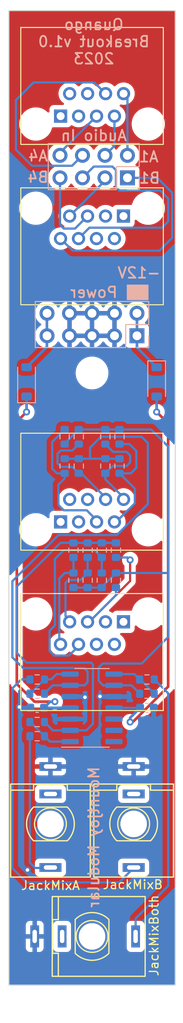
<source format=kicad_pcb>
(kicad_pcb (version 20221018) (generator pcbnew)
  (layers (0 "F.Cu" signal) (31 "B.Cu" signal) (34 "B.Paste" user) (35 "F.Paste" user) (36 "B.SilkS" user "B.Silkscreen") (37 "F.SilkS" user "F.Silkscreen") (38 "B.Mask" user) (39 "F.Mask" user) (44 "Edge.Cuts" user))
  (net 0 "")
  (net 1 "+12V")
  (net 2 "-12V")
  (net 3 "/AudioA1_In")
  (net 4 "/AudioA2_In")
  (net 5 "/AudioA3_In")
  (net 6 "/AudioA4_In")
  (net 11 "/AudioB1_In")
  (net 12 "/AudioB2_In")
  (net 13 "/AudioB3_In")
  (net 14 "/AudioB4_In")
  (net 19 "/AudioA1_Return")
  (net 22 "/AudioA2_Return")
  (net 23 "GND")
  (net 24 "/AudioA3_Return")
  (net 25 "/AudioA4_Return")
  (net 30 "/AudioB1_Return")
  (net 31 "/AudioB2_Return")
  (net 32 "/AudioB3_Return")
  (net 33 "/AudioB4_Return")
  (net 38 "Net-(R1-Pad1)")
  (net 39 "Net-(R13-Pad1)")
  (net 40 "/Audio_Mix_A")
  (net 41 "/Audio_Mix_B")
  (net 42 "/Audio_Mix_Both")
  (net 43 "Net-(R10-Pad2)")
  (net 44 "Net-(R11-Pad2)")
  (net 45 "Net-(R10-Pad1)")
  (net 46 "Net-(R21-Pad1)")
  (net 47 "/+12V_IN")
  (net 48 "/-12V_IN")
  (footprint "Custom_Footprints:RJ45_Amphenol_RJHSE-3080" (layer "F.Cu") (at 59.4 58.5)
    (fp_text reference "J1" hide)
    (fp_text value "Audio_Send_A")
    (fp_rect (start -8.05 -6.6) (end 8.05 6.6) (stroke (width 0.12)) (fill none) (layer "F.SilkS"))
    (pad "" np_thru_hole circle (at -6.35 4.3) (size 3.25 3.25) (drill 3.25) (layers "F&B.Cu" "*.Mask"))
    (pad "" np_thru_hole circle (at 6.35 4.3) (size 3.25 3.25) (drill 3.25) (layers "F&B.Cu" "*.Mask"))
    (pad "1" thru_hole circle (at 3.56 0.87) (size 1.5 1.5) (drill 0.9) (layers "*.Cu" "*.Mask") (net 3 "/AudioA1_In"))
    (pad "2" thru_hole circle (at 2.53 3.41) (size 1.5 1.5) (drill 0.9) (layers "*.Cu" "*.Mask") (net 4 "/AudioA2_In"))
    (pad "3" thru_hole circle (at 1.53 0.87) (size 1.5 1.5) (drill 0.9) (layers "*.Cu" "*.Mask") (net 5 "/AudioA3_In"))
    (pad "4" thru_hole circle (at 0.51 3.41) (size 1.5 1.5) (drill 0.9) (layers "*.Cu" "*.Mask") (net 6 "/AudioA4_In"))
    (pad "5" thru_hole circle (at -0.5 0.87) (size 1.5 1.5) (drill 0.9) (layers "*.Cu" "*.Mask"))
    (pad "6" thru_hole circle (at -1.52 3.41) (size 1.5 1.5) (drill 0.9) (layers "*.Cu" "*.Mask"))
    (pad "7" thru_hole circle (at -2.53 0.87) (size 1.5 1.5) (drill 0.9) (layers "*.Cu" "*.Mask"))
    (pad "8" thru_hole rect (at -3.55 3.41) (size 1.5 1.5) (drill 0.9) (layers "*.Cu" "*.Mask"))
  )
  (footprint "Custom_Footprints:RJ45_Amphenol_RJHSE-3080" (layer "F.Cu") (at 59.4 76.6 180)
    (fp_text reference "J2" hide)
    (fp_text value "Audio_Send_B")
    (fp_rect (start -8.05 -6.6) (end 8.05 6.6) (stroke (width 0.12)) (fill none) (layer "F.SilkS"))
    (pad "" np_thru_hole circle (at -6.35 4.3 180) (size 3.25 3.25) (drill 3.25) (layers "F&B.Cu" "*.Mask"))
    (pad "" np_thru_hole circle (at 6.35 4.3 180) (size 3.25 3.25) (drill 3.25) (layers "F&B.Cu" "*.Mask"))
    (pad "1" thru_hole circle (at 3.56 0.87 180) (size 1.5 1.5) (drill 0.9) (layers "*.Cu" "*.Mask") (net 11 "/AudioB1_In"))
    (pad "2" thru_hole circle (at 2.53 3.41 180) (size 1.5 1.5) (drill 0.9) (layers "*.Cu" "*.Mask") (net 12 "/AudioB2_In"))
    (pad "3" thru_hole circle (at 1.53 0.87 180) (size 1.5 1.5) (drill 0.9) (layers "*.Cu" "*.Mask") (net 13 "/AudioB3_In"))
    (pad "4" thru_hole circle (at 0.51 3.41 180) (size 1.5 1.5) (drill 0.9) (layers "*.Cu" "*.Mask") (net 14 "/AudioB4_In"))
    (pad "5" thru_hole circle (at -0.5 0.87 180) (size 1.5 1.5) (drill 0.9) (layers "*.Cu" "*.Mask"))
    (pad "6" thru_hole circle (at -1.52 3.41 180) (size 1.5 1.5) (drill 0.9) (layers "*.Cu" "*.Mask"))
    (pad "7" thru_hole circle (at -2.53 0.87 180) (size 1.5 1.5) (drill 0.9) (layers "*.Cu" "*.Mask"))
    (pad "8" thru_hole rect (at -3.55 3.41 180) (size 1.5 1.5) (drill 0.9) (layers "*.Cu" "*.Mask"))
  )
  (footprint "Custom_Footprints:THONKICONN_hole" (layer "F.Cu") (at 59.4 154.5 -90)
    (fp_text reference "J9" hide)
    (fp_text value "JackMixBoth" (at -0.1 -7 -270) (layer "F.SilkS"))
    (fp_line (start -4.5 -6) (end -4.5 4.5) (stroke (width 0.15)) (layer "F.SilkS"))
    (fp_line (start -4.5 -6) (end 4.5 -6) (stroke (width 0.15)) (layer "F.SilkS"))
    (fp_line (start -4.5 4.5) (end 4.5 4.5) (stroke (width 0.15)) (layer "F.SilkS"))
    (fp_line (start -4.445 3.81) (end -1.905 3.81) (stroke (width 0.15)) (layer "F.SilkS"))
    (fp_line (start -1.905 -1.905) (end 1.905 -1.905) (stroke (width 0.15)) (layer "F.SilkS"))
    (fp_line (start -1.905 3.81) (end -1.905 4.445) (stroke (width 0.15)) (layer "F.SilkS"))
    (fp_line (start -1.905 4.445) (end 1.905 4.445) (stroke (width 0.15)) (layer "F.SilkS"))
    (fp_line (start 1.905 1.905) (end -1.905 1.905) (stroke (width 0.15)) (layer "F.SilkS"))
    (fp_line (start 1.905 3.81) (end 4.445 3.81) (stroke (width 0.15)) (layer "F.SilkS"))
    (fp_line (start 1.905 4.445) (end 1.905 3.81) (stroke (width 0.15)) (layer "F.SilkS"))
    (fp_line (start 4.5 -6) (end 4.5 4.5) (stroke (width 0.15)) (layer "F.SilkS"))
    (fp_arc (start -1.905 1.905) (mid -2.694077 0) (end -1.905 -1.905) (stroke (width 0.15)) (layer "F.SilkS"))
    (fp_arc (start 1.905 -1.905) (mid 2.694077 0) (end 1.905 1.905) (stroke (width 0.15)) (layer "F.SilkS"))
    (fp_circle (center 0 0) (end 1.27 1.27) (stroke (width 0.15)) (fill none) (layer "F.SilkS"))
    (pad "" np_thru_hole circle (at 0 0 270) (size 2.5 2.5) (drill 2.5) (layers "*.Cu" "*.Mask"))
    (pad "1" thru_hole rect (at 0 6.48 270) (size 2.5 1) (drill oval 1.5 0.5) (layers "*.Cu" "*.Mask") (net 23 "GND"))
    (pad "2" thru_hole rect (at 0 3.38 270) (size 2.5 1) (drill oval 1.5 0.5) (layers "*.Cu" "*.Mask"))
    (pad "3" thru_hole rect (at 0 -4.92 270) (size 2.5 1) (drill oval 1.5 0.5) (layers "*.Cu" "*.Mask") (net 42 "/Audio_Mix_Both"))
  )
  (footprint "Custom_Footprints:THONKICONN_hole" (layer "F.Cu") (at 64.1 141.8 180)
    (fp_text reference "J8" hide)
    (fp_text value "JackMixB" (at 0.1 -6.8475) (layer "F.SilkS"))
    (fp_line (start -4.5 -6) (end -4.5 4.5) (stroke (width 0.15)) (layer "F.SilkS"))
    (fp_line (start -4.5 -6) (end 4.5 -6) (stroke (width 0.15)) (layer "F.SilkS"))
    (fp_line (start -4.5 4.5) (end 4.5 4.5) (stroke (width 0.15)) (layer "F.SilkS"))
    (fp_line (start -4.445 3.81) (end -1.905 3.81) (stroke (width 0.15)) (layer "F.SilkS"))
    (fp_line (start -1.905 -1.905) (end 1.905 -1.905) (stroke (width 0.15)) (layer "F.SilkS"))
    (fp_line (start -1.905 3.81) (end -1.905 4.445) (stroke (width 0.15)) (layer "F.SilkS"))
    (fp_line (start -1.905 4.445) (end 1.905 4.445) (stroke (width 0.15)) (layer "F.SilkS"))
    (fp_line (start 1.905 1.905) (end -1.905 1.905) (stroke (width 0.15)) (layer "F.SilkS"))
    (fp_line (start 1.905 3.81) (end 4.445 3.81) (stroke (width 0.15)) (layer "F.SilkS"))
    (fp_line (start 1.905 4.445) (end 1.905 3.81) (stroke (width 0.15)) (layer "F.SilkS"))
    (fp_line (start 4.5 -6) (end 4.5 4.5) (stroke (width 0.15)) (layer "F.SilkS"))
    (fp_arc (start -1.905 1.905) (mid -2.694077 0) (end -1.905 -1.905) (stroke (width 0.15)) (layer "F.SilkS"))
    (fp_arc (start 1.905 -1.905) (mid 2.694077 0) (end 1.905 1.905) (stroke (width 0.15)) (layer "F.SilkS"))
    (fp_circle (center 0 0) (end 1.27 1.27) (stroke (width 0.15)) (fill none) (layer "F.SilkS"))
    (pad "" np_thru_hole circle (at 0 0 180) (size 2.5 2.5) (drill 2.5) (layers "*.Cu" "*.Mask"))
    (pad "1" thru_hole rect (at 0 6.48 180) (size 2.5 1) (drill oval 1.5 0.5) (layers "*.Cu" "*.Mask") (net 23 "GND"))
    (pad "2" thru_hole rect (at 0 3.38 180) (size 2.5 1) (drill oval 1.5 0.5) (layers "*.Cu" "*.Mask"))
    (pad "3" thru_hole rect (at 0 -4.92 180) (size 2.5 1) (drill oval 1.5 0.5) (layers "*.Cu" "*.Mask") (net 41 "/Audio_Mix_B"))
  )
  (footprint "Custom_Footprints:RJ45_Amphenol_RJHSE-3080" (layer "F.Cu") (at 59.4 122.4 180)
    (fp_text reference "J3" hide)
    (fp_text value "Audio_Return_A")
    (fp_rect (start -8.05 -6.6) (end 8.05 6.6) (stroke (width 0.12)) (fill none) (layer "F.SilkS"))
    (pad "" np_thru_hole circle locked (at -6.35 4.3 180) (size 3.25 3.25) (drill 3.25) (layers "F&B.Cu" "*.Mask"))
    (pad "" np_thru_hole circle locked (at 6.35 4.3 180) (size 3.25 3.25) (drill 3.25) (layers "F&B.Cu" "*.Mask"))
    (pad "1" thru_hole circle locked (at 3.56 0.87 180) (size 1.5 1.5) (drill 0.9) (layers "*.Cu" "*.Mask") (net 19 "/AudioA1_Return"))
    (pad "2" thru_hole circle locked (at 2.53 3.41 180) (size 1.5 1.5) (drill 0.9) (layers "*.Cu" "*.Mask") (net 22 "/AudioA2_Return"))
    (pad "3" thru_hole circle locked (at 1.53 0.87 180) (size 1.5 1.5) (drill 0.9) (layers "*.Cu" "*.Mask") (net 24 "/AudioA3_Return"))
    (pad "4" thru_hole circle locked (at 0.51 3.41 180) (size 1.5 1.5) (drill 0.9) (layers "*.Cu" "*.Mask") (net 25 "/AudioA4_Return"))
    (pad "5" thru_hole circle locked (at -0.5 0.87 180) (size 1.5 1.5) (drill 0.9) (layers "*.Cu" "*.Mask"))
    (pad "6" thru_hole circle locked (at -1.52 3.41 180) (size 1.5 1.5) (drill 0.9) (layers "*.Cu" "*.Mask"))
    (pad "7" thru_hole circle locked (at -2.53 0.87 180) (size 1.5 1.5) (drill 0.9) (layers "*.Cu" "*.Mask"))
    (pad "8" thru_hole rect locked (at -3.55 3.41 180) (size 1.5 1.5) (drill 0.9) (layers "*.Cu" "*.Mask"))
  )
  (footprint "MountingHole:MountingHole_3.2mm_M3_ISO14580" (layer "F.Cu") (at 59.4 90.9)
    (fp_text reference "H1" hide)
    (fp_text value "MountingHole")
    (pad "" np_thru_hole circle (at 0 0) (size 3.2 3.2) (drill 3.2) (layers "*.Cu" "*.Mask"))
  )
  (footprint "Custom_Footprints:THONKICONN_hole" (layer "F.Cu") (at 54.7 141.8 180)
    (fp_text reference "J7" hide)
    (fp_text value "JackMixA" (at 0 -6.9475) (layer "F.SilkS"))
    (fp_line (start -4.5 -6) (end -4.5 4.5) (stroke (width 0.15)) (layer "F.SilkS"))
    (fp_line (start -4.5 -6) (end 4.5 -6) (stroke (width 0.15)) (layer "F.SilkS"))
    (fp_line (start -4.5 4.5) (end 4.5 4.5) (stroke (width 0.15)) (layer "F.SilkS"))
    (fp_line (start -4.445 3.81) (end -1.905 3.81) (stroke (width 0.15)) (layer "F.SilkS"))
    (fp_line (start -1.905 -1.905) (end 1.905 -1.905) (stroke (width 0.15)) (layer "F.SilkS"))
    (fp_line (start -1.905 3.81) (end -1.905 4.445) (stroke (width 0.15)) (layer "F.SilkS"))
    (fp_line (start -1.905 4.445) (end 1.905 4.445) (stroke (width 0.15)) (layer "F.SilkS"))
    (fp_line (start 1.905 1.905) (end -1.905 1.905) (stroke (width 0.15)) (layer "F.SilkS"))
    (fp_line (start 1.905 3.81) (end 4.445 3.81) (stroke (width 0.15)) (layer "F.SilkS"))
    (fp_line (start 1.905 4.445) (end 1.905 3.81) (stroke (width 0.15)) (layer "F.SilkS"))
    (fp_line (start 4.5 -6) (end 4.5 4.5) (stroke (width 0.15)) (layer "F.SilkS"))
    (fp_arc (start -1.905 1.905) (mid -2.694077 0) (end -1.905 -1.905) (stroke (width 0.15)) (layer "F.SilkS"))
    (fp_arc (start 1.905 -1.905) (mid 2.694077 0) (end 1.905 1.905) (stroke (width 0.15)) (layer "F.SilkS"))
    (fp_circle (center 0 0) (end 1.27 1.27) (stroke (width 0.15)) (fill none) (layer "F.SilkS"))
    (pad "" np_thru_hole circle (at 0 0 180) (size 2.5 2.5) (drill 2.5) (layers "*.Cu" "*.Mask"))
    (pad "1" thru_hole rect (at 0 6.48 180) (size 2.5 1) (drill oval 1.5 0.5) (layers "*.Cu" "*.Mask") (net 23 "GND"))
    (pad "2" thru_hole rect (at 0 3.38 180) (size 2.5 1) (drill oval 1.5 0.5) (layers "*.Cu" "*.Mask"))
    (pad "3" thru_hole rect (at 0 -4.92 180) (size 2.5 1) (drill oval 1.5 0.5) (layers "*.Cu" "*.Mask") (net 40 "/Audio_Mix_A"))
  )
  (footprint "Custom_Footprints:RJ45_Amphenol_RJHSE-3080" (layer "F.Cu") (at 59.4 104.3)
    (fp_text reference "J4" hide)
    (fp_text value "Audio_Return_A")
    (fp_rect (start -8.05 -6.6) (end 8.05 6.6) (stroke (width 0.12)) (fill none) (layer "F.SilkS"))
    (pad "" np_thru_hole circle (at -6.35 4.3) (size 3.25 3.25) (drill 3.25) (layers "F&B.Cu" "*.Mask"))
    (pad "" np_thru_hole circle (at 6.35 4.3) (size 3.25 3.25) (drill 3.25) (layers "F&B.Cu" "*.Mask"))
    (pad "1" thru_hole circle (at 3.56 0.87) (size 1.5 1.5) (drill 0.9) (layers "*.Cu" "*.Mask") (net 30 "/AudioB1_Return"))
    (pad "2" thru_hole circle (at 2.53 3.41) (size 1.5 1.5) (drill 0.9) (layers "*.Cu" "*.Mask") (net 31 "/AudioB2_Return"))
    (pad "3" thru_hole circle (at 1.53 0.87) (size 1.5 1.5) (drill 0.9) (layers "*.Cu" "*.Mask") (net 32 "/AudioB3_Return"))
    (pad "4" thru_hole circle (at 0.51 3.41) (size 1.5 1.5) (drill 0.9) (layers "*.Cu" "*.Mask") (net 33 "/AudioB4_Return"))
    (pad "5" thru_hole circle (at -0.5 0.87) (size 1.5 1.5) (drill 0.9) (layers "*.Cu" "*.Mask"))
    (pad "6" thru_hole circle (at -1.52 3.41) (size 1.5 1.5) (drill 0.9) (layers "*.Cu" "*.Mask"))
    (pad "7" thru_hole circle (at -2.53 0.87) (size 1.5 1.5) (drill 0.9) (layers "*.Cu" "*.Mask"))
    (pad "8" thru_hole rect (at -3.55 3.41) (size 1.5 1.5) (drill 0.9) (layers "*.Cu" "*.Mask"))
  )
  (footprint "Capacitor_SMD:C_0603_1608Metric" (layer "B.Cu") (at 65.6 128.7)
    (fp_text reference "C2" hide)
    (fp_text value "100nF")
    (fp_line (start -0.14058 -0.51) (end 0.14058 -0.51) (stroke (width 0.12)) (layer "B.SilkS"))
    (fp_line (start -0.14058 0.51) (end 0.14058 0.51) (stroke (width 0.12)) (layer "B.SilkS"))
    (pad "1" smd roundrect (at -0.775 0) (size 0.9 0.95) (layers "B.Cu" "B.Paste" "B.Mask") (net 2 "-12V"))
    (pad "2" smd roundrect (at 0.775 0) (size 0.9 0.95) (layers "B.Cu" "B.Paste" "B.Mask") (net 23 "GND"))
  )
  (footprint "Resistor_SMD:R_0603_1608Metric" (layer "B.Cu") (at 62.5 101.4 -90)
    (fp_text reference "R6" hide)
    (fp_text value "10k")
    (fp_line (start -0.237258 -0.5225) (end 0.237258 -0.5225) (stroke (width 0.12)) (layer "B.SilkS"))
    (fp_line (start -0.237258 0.5225) (end 0.237258 0.5225) (stroke (width 0.12)) (layer "B.SilkS"))
    (pad "1" smd roundrect (at -0.825 0 270) (size 0.8 0.95) (layers "B.Cu" "B.Paste" "B.Mask") (net 43 "Net-(R10-Pad2)"))
    (pad "2" smd roundrect (at 0.825 0 270) (size 0.8 0.95) (layers "B.Cu" "B.Paste" "B.Mask") (net 31 "/AudioB2_Return"))
  )
  (footprint "Resistor_SMD:R_0603_1608Metric" (layer "B.Cu") (at 56.3 98.1 90)
    (fp_text reference "R20" hide)
    (fp_text value "10k")
    (fp_line (start -0.237258 -0.5225) (end 0.237258 -0.5225) (stroke (width 0.12)) (layer "B.SilkS"))
    (fp_line (start -0.237258 0.5225) (end 0.237258 0.5225) (stroke (width 0.12)) (layer "B.SilkS"))
    (pad "1" smd roundrect (at -0.825 0 90) (size 0.8 0.95) (layers "B.Cu" "B.Paste" "B.Mask") (net 39 "Net-(R13-Pad1)"))
    (pad "2" smd roundrect (at 0.825 0 90) (size 0.8 0.95) (layers "B.Cu" "B.Paste" "B.Mask") (net 33 "/AudioB4_Return"))
  )
  (footprint "Resistor_SMD:R_0603_1608Metric" (layer "B.Cu") (at 60.9 101.4 -90)
    (fp_text reference "R5" hide)
    (fp_text value "10k")
    (fp_line (start -0.237258 -0.5225) (end 0.237258 -0.5225) (stroke (width 0.12)) (layer "B.SilkS"))
    (fp_line (start -0.237258 0.5225) (end 0.237258 0.5225) (stroke (width 0.12)) (layer "B.SilkS"))
    (pad "1" smd roundrect (at -0.825 0 270) (size 0.8 0.95) (layers "B.Cu" "B.Paste" "B.Mask") (net 43 "Net-(R10-Pad2)"))
    (pad "2" smd roundrect (at 0.825 0 270) (size 0.8 0.95) (layers "B.Cu" "B.Paste" "B.Mask") (net 30 "/AudioB1_Return"))
  )
  (footprint "Package_SO:SOIC-14_3.9x8.7mm_P1.27mm" (layer "B.Cu") (at 59.4 128.7)
    (fp_text reference "U1" hide)
    (fp_text value "TL074")
    (fp_line (start 0 -4.435) (end -1.95 -4.435) (stroke (width 0.12)) (layer "B.SilkS"))
    (fp_line (start 0 -4.435) (end 1.95 -4.435) (stroke (width 0.12)) (layer "B.SilkS"))
    (fp_line (start 0 4.435) (end -3.45 4.435) (stroke (width 0.12)) (layer "B.SilkS"))
    (fp_line (start 0 4.435) (end 1.95 4.435) (stroke (width 0.12)) (layer "B.SilkS"))
    (pad "1" smd roundrect (at -2.475 3.81) (size 1.95 0.6) (layers "B.Cu" "B.Paste" "B.Mask") (net 44 "Net-(R11-Pad2)"))
    (pad "2" smd roundrect (at -2.475 2.54) (size 1.95 0.6) (layers "B.Cu" "B.Paste" "B.Mask") (net 38 "Net-(R1-Pad1)"))
    (pad "3" smd roundrect (at -2.475 1.27) (size 1.95 0.6) (layers "B.Cu" "B.Paste" "B.Mask") (net 23 "GND"))
    (pad "4" smd roundrect (at -2.475 0) (size 1.95 0.6) (layers "B.Cu" "B.Paste" "B.Mask") (net 1 "+12V"))
    (pad "5" smd roundrect (at -2.475 -1.27) (size 1.95 0.6) (layers "B.Cu" "B.Paste" "B.Mask") (net 23 "GND"))
    (pad "6" smd roundrect (at -2.475 -2.54) (size 1.95 0.6) (layers "B.Cu" "B.Paste" "B.Mask") (net 43 "Net-(R10-Pad2)"))
    (pad "7" smd roundrect (at -2.475 -3.81) (size 1.95 0.6) (layers "B.Cu" "B.Paste" "B.Mask") (net 45 "Net-(R10-Pad1)"))
    (pad "8" smd roundrect (at 2.475 -3.81) (size 1.95 0.6) (layers "B.Cu" "B.Paste" "B.Mask") (net 46 "Net-(R21-Pad1)"))
    (pad "9" smd roundrect (at 2.475 -2.54) (size 1.95 0.6) (layers "B.Cu" "B.Paste" "B.Mask") (net 39 "Net-(R13-Pad1)"))
    (pad "10" smd roundrect (at 2.475 -1.27) (size 1.95 0.6) (layers "B.Cu" "B.Paste" "B.Mask") (net 23 "GND"))
    (pad "11" smd roundrect (at 2.475 0) (size 1.95 0.6) (layers "B.Cu" "B.Paste" "B.Mask") (net 2 "-12V"))
    (pad "12" smd roundrect (at 2.475 1.27) (size 1.95 0.6) (layers "B.Cu" "B.Paste" "B.Mask"))
    (pad "13" smd roundrect (at 2.475 2.54) (size 1.95 0.6) (layers "B.Cu" "B.Paste" "B.Mask"))
    (pad "14" smd roundrect (at 2.475 3.81) (size 1.95 0.6) (layers "B.Cu" "B.Paste" "B.Mask"))
  )
  (footprint "Connector_PinHeader_2.54mm:PinHeader_2x04_P2.54mm_Vertical" (layer "B.Cu") (at 63.4 68.875 90)
    (fp_text reference "J10" hide)
    (fp_text value "Audio_Breakout")
    (fp_line (start -1.33 -8.95) (end 3.87 -8.95) (stroke (width 0.12)) (layer "B.SilkS"))
    (fp_line (start -1.33 -1.27) (end -1.33 -8.95) (stroke (width 0.12)) (layer "B.SilkS"))
    (fp_line (start -1.33 -1.27) (end 1.27 -1.27) (stroke (width 0.12)) (layer "B.SilkS"))
    (fp_line (start -1.33 0) (end -1.33 1.33) (stroke (width 0.12)) (layer "B.SilkS"))
    (fp_line (start -1.33 1.33) (end 0 1.33) (stroke (width 0.12)) (layer "B.SilkS"))
    (fp_line (start 1.27 -1.27) (end 1.27 1.33) (stroke (width 0.12)) (layer "B.SilkS"))
    (fp_line (start 1.27 1.33) (end 3.87 1.33) (stroke (width 0.12)) (layer "B.SilkS"))
    (fp_line (start 3.87 1.33) (end 3.87 -8.95) (stroke (width 0.12)) (layer "B.SilkS"))
    (pad "1" thru_hole rect (at 0 0 90) (size 1.7 1.7) (drill 1) (layers "*.Cu" "*.Mask") (net 11 "/AudioB1_In"))
    (pad "2" thru_hole oval (at 2.54 0 90) (size 1.7 1.7) (drill 1) (layers "*.Cu" "*.Mask") (net 3 "/AudioA1_In"))
    (pad "3" thru_hole oval (at 0 -2.54 90) (size 1.7 1.7) (drill 1) (layers "*.Cu" "*.Mask") (net 12 "/AudioB2_In"))
    (pad "4" thru_hole oval (at 2.54 -2.54 90) (size 1.7 1.7) (drill 1) (layers "*.Cu" "*.Mask") (net 4 "/AudioA2_In"))
    (pad "5" thru_hole oval (at 0 -5.08 90) (size 1.7 1.7) (drill 1) (layers "*.Cu" "*.Mask") (net 13 "/AudioB3_In"))
    (pad "6" thru_hole oval (at 2.54 -5.08 90) (size 1.7 1.7) (drill 1) (layers "*.Cu" "*.Mask") (net 5 "/AudioA3_In"))
    (pad "7" thru_hole oval (at 0 -7.62 90) (size 1.7 1.7) (drill 1) (layers "*.Cu" "*.Mask") (net 14 "/AudioB4_In"))
    (pad "8" thru_hole oval (at 2.54 -7.62 90) (size 1.7 1.7) (drill 1) (layers "*.Cu" "*.Mask") (net 6 "/AudioA4_In"))
  )
  (footprint "Resistor_SMD:R_0603_1608Metric" (layer "B.Cu") (at 62.1 110.9 -90)
    (fp_text reference "R4" hide)
    (fp_text value "10k")
    (fp_line (start -0.237258 -0.5225) (end 0.237258 -0.5225) (stroke (width 0.12)) (layer "B.SilkS"))
    (fp_line (start -0.237258 0.5225) (end 0.237258 0.5225) (stroke (width 0.12)) (layer "B.SilkS"))
    (pad "1" smd roundrect (at -0.825 0 270) (size 0.8 0.95) (layers "B.Cu" "B.Paste" "B.Mask") (net 38 "Net-(R1-Pad1)"))
    (pad "2" smd roundrect (at 0.825 0 270) (size 0.8 0.95) (layers "B.Cu" "B.Paste" "B.Mask") (net 25 "/AudioA4_Return"))
  )
  (footprint "Resistor_SMD:R_0603_1608Metric" (layer "B.Cu") (at 62.5 98.1 -90)
    (fp_text reference "R18" hide)
    (fp_text value "10k")
    (fp_line (start -0.237258 -0.5225) (end 0.237258 -0.5225) (stroke (width 0.12)) (layer "B.SilkS"))
    (fp_line (start -0.237258 0.5225) (end 0.237258 0.5225) (stroke (width 0.12)) (layer "B.SilkS"))
    (pad "1" smd roundrect (at -0.825 0 270) (size 0.8 0.95) (layers "B.Cu" "B.Paste" "B.Mask") (net 39 "Net-(R13-Pad1)"))
    (pad "2" smd roundrect (at 0.825 0 270) (size 0.8 0.95) (layers "B.Cu" "B.Paste" "B.Mask") (net 31 "/AudioB2_Return"))
  )
  (footprint "Resistor_SMD:R_0603_1608Metric" (layer "B.Cu") (at 65.6 125.5 180)
    (fp_text reference "R22" hide)
    (fp_text value "1k")
    (fp_line (start -0.237258 -0.5225) (end 0.237258 -0.5225) (stroke (width 0.12)) (layer "B.SilkS"))
    (fp_line (start -0.237258 0.5225) (end 0.237258 0.5225) (stroke (width 0.12)) (layer "B.SilkS"))
    (pad "1" smd roundrect (at -0.825 0 180) (size 0.8 0.95) (layers "B.Cu" "B.Paste" "B.Mask") (net 42 "/Audio_Mix_Both"))
    (pad "2" smd roundrect (at 0.825 0 180) (size 0.8 0.95) (layers "B.Cu" "B.Paste" "B.Mask") (net 46 "Net-(R21-Pad1)"))
  )
  (footprint "Resistor_SMD:R_0603_1608Metric" (layer "B.Cu") (at 53.2 125.5)
    (fp_text reference "R12" hide)
    (fp_text value "1k")
    (fp_line (start -0.237258 -0.5225) (end 0.237258 -0.5225) (stroke (width 0.12)) (layer "B.SilkS"))
    (fp_line (start -0.237258 0.5225) (end 0.237258 0.5225) (stroke (width 0.12)) (layer "B.SilkS"))
    (pad "1" smd roundrect (at -0.825 0) (size 0.8 0.95) (layers "B.Cu" "B.Paste" "B.Mask") (net 41 "/Audio_Mix_B"))
    (pad "2" smd roundrect (at 0.825 0) (size 0.8 0.95) (layers "B.Cu" "B.Paste" "B.Mask") (net 45 "Net-(R10-Pad1)"))
  )
  (footprint "Resistor_SMD:R_0603_1608Metric" (layer "B.Cu") (at 58.9 114.3 90)
    (fp_text reference "R14" hide)
    (fp_text value "10k")
    (fp_line (start -0.237258 -0.5225) (end 0.237258 -0.5225) (stroke (width 0.12)) (layer "B.SilkS"))
    (fp_line (start -0.237258 0.5225) (end 0.237258 0.5225) (stroke (width 0.12)) (layer "B.SilkS"))
    (pad "1" smd roundrect (at -0.825 0 90) (size 0.8 0.95) (layers "B.Cu" "B.Paste" "B.Mask") (net 39 "Net-(R13-Pad1)"))
    (pad "2" smd roundrect (at 0.825 0 90) (size 0.8 0.95) (layers "B.Cu" "B.Paste" "B.Mask") (net 22 "/AudioA2_Return"))
  )
  (footprint "Capacitor_SMD:C_0603_1608Metric" (layer "B.Cu") (at 53.2 128.7 180)
    (fp_text reference "C1" hide)
    (fp_text value "100nF")
    (fp_line (start -0.14058 -0.51) (end 0.14058 -0.51) (stroke (width 0.12)) (layer "B.SilkS"))
    (fp_line (start -0.14058 0.51) (end 0.14058 0.51) (stroke (width 0.12)) (layer "B.SilkS"))
    (pad "1" smd roundrect (at -0.775 0 180) (size 0.9 0.95) (layers "B.Cu" "B.Paste" "B.Mask") (net 1 "+12V"))
    (pad "2" smd roundrect (at 0.775 0 180) (size 0.9 0.95) (layers "B.Cu" "B.Paste" "B.Mask") (net 23 "GND"))
  )
  (footprint "Diode_SMD:D_SOD-123" (layer "B.Cu") (at 66.7 91.9 -90)
    (fp_text reference "D2" hide)
    (fp_text value "1N5819")
    (fp_line (start -2.36 -1) (end 1.65 -1) (stroke (width 0.12)) (layer "B.SilkS"))
    (fp_line (start -2.36 1) (end -2.36 -1) (stroke (width 0.12)) (layer "B.SilkS"))
    (fp_line (start -2.36 1) (end 1.65 1) (stroke (width 0.12)) (layer "B.SilkS"))
    (pad "1" smd roundrect (at -1.65 0 270) (size 0.9 1.2) (layers "B.Cu" "B.Paste" "B.Mask") (net 48 "/-12V_IN"))
    (pad "2" smd roundrect (at 1.65 0 270) (size 0.9 1.2) (layers "B.Cu" "B.Paste" "B.Mask") (net 2 "-12V"))
  )
  (footprint "Resistor_SMD:R_0603_1608Metric" (layer "B.Cu") (at 53.2 131.9)
    (fp_text reference "R11" hide)
    (fp_text value "1k")
    (fp_line (start -0.237258 -0.5225) (end 0.237258 -0.5225) (stroke (width 0.12)) (layer "B.SilkS"))
    (fp_line (start -0.237258 0.5225) (end 0.237258 0.5225) (stroke (width 0.12)) (layer "B.SilkS"))
    (pad "1" smd roundrect (at -0.825 0) (size 0.8 0.95) (layers "B.Cu" "B.Paste" "B.Mask") (net 40 "/Audio_Mix_A"))
    (pad "2" smd roundrect (at 0.825 0) (size 0.8 0.95) (layers "B.Cu" "B.Paste" "B.Mask") (net 44 "Net-(R11-Pad2)"))
  )
  (footprint "Resistor_SMD:R_0603_1608Metric" (layer "B.Cu") (at 53.2 127.1)
    (fp_text reference "R10" hide)
    (fp_text value "10k")
    (fp_line (start -0.237258 -0.5225) (end 0.237258 -0.5225) (stroke (width 0.12)) (layer "B.SilkS"))
    (fp_line (start -0.237258 0.5225) (end 0.237258 0.5225) (stroke (width 0.12)) (layer "B.SilkS"))
    (pad "1" smd roundrect (at -0.825 0) (size 0.8 0.95) (layers "B.Cu" "B.Paste" "B.Mask") (net 45 "Net-(R10-Pad1)"))
    (pad "2" smd roundrect (at 0.825 0) (size 0.8 0.95) (layers "B.Cu" "B.Paste" "B.Mask") (net 43 "Net-(R10-Pad2)"))
  )
  (footprint "Resistor_SMD:R_0603_1608Metric" (layer "B.Cu") (at 53.2 130.3)
    (fp_text reference "R9" hide)
    (fp_text value "10k")
    (fp_line (start -0.237258 -0.5225) (end 0.237258 -0.5225) (stroke (width 0.12)) (layer "B.SilkS"))
    (fp_line (start -0.237258 0.5225) (end 0.237258 0.5225) (stroke (width 0.12)) (layer "B.SilkS"))
    (pad "1" smd roundrect (at -0.825 0) (size 0.8 0.95) (layers "B.Cu" "B.Paste" "B.Mask") (net 44 "Net-(R11-Pad2)"))
    (pad "2" smd roundrect (at 0.825 0) (size 0.8 0.95) (layers "B.Cu" "B.Paste" "B.Mask") (net 38 "Net-(R1-Pad1)"))
  )
  (footprint "Resistor_SMD:R_0603_1608Metric" (layer "B.Cu") (at 56.3 101.4 -90)
    (fp_text reference "R8" hide)
    (fp_text value "10k")
    (fp_line (start -0.237258 -0.5225) (end 0.237258 -0.5225) (stroke (width 0.12)) (layer "B.SilkS"))
    (fp_line (start -0.237258 0.5225) (end 0.237258 0.5225) (stroke (width 0.12)) (layer "B.SilkS"))
    (pad "1" smd roundrect (at -0.825 0 270) (size 0.8 0.95) (layers "B.Cu" "B.Paste" "B.Mask") (net 43 "Net-(R10-Pad2)"))
    (pad "2" smd roundrect (at 0.825 0 270) (size 0.8 0.95) (layers "B.Cu" "B.Paste" "B.Mask") (net 33 "/AudioB4_Return"))
  )
  (footprint "Resistor_SMD:R_0603_1608Metric" (layer "B.Cu") (at 60.5 114.3 90)
    (fp_text reference "R15" hide)
    (fp_text value "10k")
    (fp_line (start -0.237258 -0.5225) (end 0.237258 -0.5225) (stroke (width 0.12)) (layer "B.SilkS"))
    (fp_line (start -0.237258 0.5225) (end 0.237258 0.5225) (stroke (width 0.12)) (layer "B.SilkS"))
    (pad "1" smd roundrect (at -0.825 0 90) (size 0.8 0.95) (layers "B.Cu" "B.Paste" "B.Mask") (net 39 "Net-(R13-Pad1)"))
    (pad "2" smd roundrect (at 0.825 0 90) (size 0.8 0.95) (layers "B.Cu" "B.Paste" "B.Mask") (net 24 "/AudioA3_Return"))
  )
  (footprint "Diode_SMD:D_SOD-123" (layer "B.Cu") (at 52 91.9 90)
    (fp_text reference "D1" hide)
    (fp_text value "1N5819")
    (fp_line (start -2.36 -1) (end 1.65 -1) (stroke (width 0.12)) (layer "B.SilkS"))
    (fp_line (start -2.36 1) (end -2.36 -1) (stroke (width 0.12)) (layer "B.SilkS"))
    (fp_line (start -2.36 1) (end 1.65 1) (stroke (width 0.12)) (layer "B.SilkS"))
    (pad "1" smd roundrect (at -1.65 0 90) (size 0.9 1.2) (layers "B.Cu" "B.Paste" "B.Mask") (net 1 "+12V"))
    (pad "2" smd roundrect (at 1.65 0 90) (size 0.9 1.2) (layers "B.Cu" "B.Paste" "B.Mask") (net 47 "/+12V_IN"))
  )
  (footprint "Resistor_SMD:R_0603_1608Metric" (layer "B.Cu") (at 57.9 98.1 -90)
    (fp_text reference "R19" hide)
    (fp_text value "10k")
    (fp_line (start -0.237258 -0.5225) (end 0.237258 -0.5225) (stroke (width 0.12)) (layer "B.SilkS"))
    (fp_line (start -0.237258 0.5225) (end 0.237258 0.5225) (stroke (width 0.12)) (layer "B.SilkS"))
    (pad "1" smd roundrect (at -0.825 0 270) (size 0.8 0.95) (layers "B.Cu" "B.Paste" "B.Mask") (net 39 "Net-(R13-Pad1)"))
    (pad "2" smd roundrect (at 0.825 0 270) (size 0.8 0.95) (layers "B.Cu" "B.Paste" "B.Mask") (net 32 "/AudioB3_Return"))
  )
  (footprint "Resistor_SMD:R_0603_1608Metric" (layer "B.Cu") (at 62.1 114.3 -90)
    (fp_text reference "R16" hide)
    (fp_text value "10k")
    (fp_line (start -0.237258 -0.5225) (end 0.237258 -0.5225) (stroke (width 0.12)) (layer "B.SilkS"))
    (fp_line (start -0.237258 0.5225) (end 0.237258 0.5225) (stroke (width 0.12)) (layer "B.SilkS"))
    (pad "1" smd roundrect (at -0.825 0 270) (size 0.8 0.95) (layers "B.Cu" "B.Paste" "B.Mask") (net 39 "Net-(R13-Pad1)"))
    (pad "2" smd roundrect (at 0.825 0 270) (size 0.8 0.95) (layers "B.Cu" "B.Paste" "B.Mask") (net 25 "/AudioA4_Return"))
  )
  (footprint "Resistor_SMD:R_0603_1608Metric" (layer "B.Cu") (at 57.3 110.9 -90)
    (fp_text reference "R1" hide)
    (fp_text value "10k")
    (fp_line (start -0.237258 -0.5225) (end 0.237258 -0.5225) (stroke (width 0.12)) (layer "B.SilkS"))
    (fp_line (start -0.237258 0.5225) (end 0.237258 0.5225) (stroke (width 0.12)) (layer "B.SilkS"))
    (pad "1" smd roundrect (at -0.825 0 270) (size 0.8 0.95) (layers "B.Cu" "B.Paste" "B.Mask") (net 38 "Net-(R1-Pad1)"))
    (pad "2" smd roundrect (at 0.825 0 270) (size 0.8 0.95) (layers "B.Cu" "B.Paste" "B.Mask") (net 19 "/AudioA1_Return"))
  )
  (footprint "Resistor_SMD:R_0603_1608Metric" (layer "B.Cu") (at 65.6 127.1 180)
    (fp_text reference "R21" hide)
    (fp_text value "10k")
    (fp_line (start -0.237258 -0.5225) (end 0.237258 -0.5225) (stroke (width 0.12)) (layer "B.SilkS"))
    (fp_line (start -0.237258 0.5225) (end 0.237258 0.5225) (stroke (width 0.12)) (layer "B.SilkS"))
    (pad "1" smd roundrect (at -0.825 0 180) (size 0.8 0.95) (layers "B.Cu" "B.Paste" "B.Mask") (net 46 "Net-(R21-Pad1)"))
    (pad "2" smd roundrect (at 0.825 0 180) (size 0.8 0.95) (layers "B.Cu" "B.Paste" "B.Mask") (net 39 "Net-(R13-Pad1)"))
  )
  (footprint "Connector_PinHeader_2.54mm:PinHeader_2x05_P2.54mm_Vertical" (layer "B.Cu") (at 64.475 86.7 90)
    (fp_text reference "J6" hide)
    (fp_text value "Eurorack_10_pin_power")
    (fp_line (start -1.33 -11.49) (end 3.87 -11.49) (stroke (width 0.12)) (layer "B.SilkS"))
    (fp_line (start -1.33 -1.27) (end -1.33 -11.49) (stroke (width 0.12)) (layer "B.SilkS"))
    (fp_line (start -1.33 -1.27) (end 1.27 -1.27) (stroke (width 0.12)) (layer "B.SilkS"))
    (fp_line (start -1.33 0) (end -1.33 1.33) (stroke (width 0.12)) (layer "B.SilkS"))
    (fp_line (start -1.33 1.33) (end 0 1.33) (stroke (width 0.12)) (layer "B.SilkS"))
    (fp_line (start 1.27 -1.27) (end 1.27 1.33) (stroke (width 0.12)) (layer "B.SilkS"))
    (fp_line (start 1.27 1.33) (end 3.87 1.33) (stroke (width 0.12)) (layer "B.SilkS"))
    (fp_line (start 3.87 1.33) (end 3.87 -11.49) (stroke (width 0.12)) (layer "B.SilkS"))
    (pad "1" thru_hole rect (at 0 0 90) (size 1.7 1.7) (drill 1) (layers "*.Cu" "*.Mask") (net 48 "/-12V_IN"))
    (pad "2" thru_hole oval (at 2.54 0 90) (size 1.7 1.7) (drill 1) (layers "*.Cu" "*.Mask") (net 48 "/-12V_IN"))
    (pad "3" thru_hole oval (at 0 -2.54 90) (size 1.7 1.7) (drill 1) (layers "*.Cu" "*.Mask") (net 23 "GND"))
    (pad "4" thru_hole oval (at 2.54 -2.54 90) (size 1.7 1.7) (drill 1) (layers "*.Cu" "*.Mask") (net 23 "GND"))
    (pad "5" thru_hole oval (at 0 -5.08 90) (size 1.7 1.7) (drill 1) (layers "*.Cu" "*.Mask") (net 23 "GND"))
    (pad "6" thru_hole oval (at 2.54 -5.08 90) (size 1.7 1.7) (drill 1) (layers "*.Cu" "*.Mask") (net 23 "GND"))
    (pad "7" thru_hole oval (at 0 -7.62 90) (size 1.7 1.7) (drill 1) (layers "*.Cu" "*.Mask") (net 23 "GND"))
    (pad "8" thru_hole oval (at 2.54 -7.62 90) (size 1.7 1.7) (drill 1) (layers "*.Cu" "*.Mask") (net 23 "GND"))
    (pad "9" thru_hole oval (at 0 -10.16 90) (size 1.7 1.7) (drill 1) (layers "*.Cu" "*.Mask") (net 47 "/+12V_IN"))
    (pad "10" thru_hole oval (at 2.54 -10.16 90) (size 1.7 1.7) (drill 1) (layers "*.Cu" "*.Mask") (net 47 "/+12V_IN"))
  )
  (footprint "Resistor_SMD:R_0603_1608Metric" (layer "B.Cu") (at 57.9 101.4 -90)
    (fp_text reference "R7" hide)
    (fp_text value "10k")
    (fp_line (start -0.237258 -0.5225) (end 0.237258 -0.5225) (stroke (width 0.12)) (layer "B.SilkS"))
    (fp_line (start -0.237258 0.5225) (end 0.237258 0.5225) (stroke (width 0.12)) (layer "B.SilkS"))
    (pad "1" smd roundrect (at -0.825 0 270) (size 0.8 0.95) (layers "B.Cu" "B.Paste" "B.Mask") (net 43 "Net-(R10-Pad2)"))
    (pad "2" smd roundrect (at 0.825 0 270) (size 0.8 0.95) (layers "B.Cu" "B.Paste" "B.Mask") (net 32 "/AudioB3_Return"))
  )
  (footprint "Resistor_SMD:R_0603_1608Metric" (layer "B.Cu") (at 60.5 110.9 -90)
    (fp_text reference "R3" hide)
    (fp_text value "10k")
    (fp_line (start -0.237258 -0.5225) (end 0.237258 -0.5225) (stroke (width 0.12)) (layer "B.SilkS"))
    (fp_line (start -0.237258 0.5225) (end 0.237258 0.5225) (stroke (width 0.12)) (layer "B.SilkS"))
    (pad "1" smd roundrect (at -0.825 0 270) (size 0.8 0.95) (layers "B.Cu" "B.Paste" "B.Mask") (net 38 "Net-(R1-Pad1)"))
    (pad "2" smd roundrect (at 0.825 0 270) (size 0.8 0.95) (layers "B.Cu" "B.Paste" "B.Mask") (net 24 "/AudioA3_Return"))
  )
  (footprint "Resistor_SMD:R_0603_1608Metric" (layer "B.Cu") (at 58.9 110.9 -90)
    (fp_text reference "R2" hide)
    (fp_text value "10k")
    (fp_line (start -0.237258 -0.5225) (end 0.237258 -0.5225) (stroke (width 0.12)) (layer "B.SilkS"))
    (fp_line (start -0.237258 0.5225) (end 0.237258 0.5225) (stroke (width 0.12)) (layer "B.SilkS"))
    (pad "1" smd roundrect (at -0.825 0 270) (size 0.8 0.95) (layers "B.Cu" "B.Paste" "B.Mask") (net 38 "Net-(R1-Pad1)"))
    (pad "2" smd roundrect (at 0.825 0 270) (size 0.8 0.95) (layers "B.Cu" "B.Paste" "B.Mask") (net 22 "/AudioA2_Return"))
  )
  (footprint "Resistor_SMD:R_0603_1608Metric" (layer "B.Cu") (at 57.3 114.3 90)
    (fp_text reference "R13" hide)
    (fp_text value "10k")
    (fp_line (start -0.237258 -0.5225) (end 0.237258 -0.5225) (stroke (width 0.12)) (layer "B.SilkS"))
    (fp_line (start -0.237258 0.5225) (end 0.237258 0.5225) (stroke (width 0.12)) (layer "B.SilkS"))
    (pad "1" smd roundrect (at -0.825 0 90) (size 0.8 0.95) (layers "B.Cu" "B.Paste" "B.Mask") (net 39 "Net-(R13-Pad1)"))
    (pad "2" smd roundrect (at 0.825 0 90) (size 0.8 0.95) (layers "B.Cu" "B.Paste" "B.Mask") (net 19 "/AudioA1_Return"))
  )
  (footprint "Resistor_SMD:R_0603_1608Metric" (layer "B.Cu") (at 60.9 98.1 -90)
    (fp_text reference "R17" hide)
    (fp_text value "10k")
    (fp_line (start -0.237258 -0.5225) (end 0.237258 -0.5225) (stroke (width 0.12)) (layer "B.SilkS"))
    (fp_line (start -0.237258 0.5225) (end 0.237258 0.5225) (stroke (width 0.12)) (layer "B.SilkS"))
    (pad "1" smd roundrect (at -0.825 0 270) (size 0.8 0.95) (layers "B.Cu" "B.Paste" "B.Mask") (net 39 "Net-(R13-Pad1)"))
    (pad "2" smd roundrect (at 0.825 0 270) (size 0.8 0.95) (layers "B.Cu" "B.Paste" "B.Mask") (net 30 "/AudioB1_Return"))
  )
  (gr_rect (start 63.4 81) (end 65.7 82.6) (stroke (width 0.15)) (fill solid) (layer "B.SilkS"))
  (gr_rect locked (start 50 50) (end 68.8 160) (stroke (width 0.1)) (fill none) (layer "Edge.Cuts"))
  (gr_text "-12V" (at 64.7 79.6) (layer "B.SilkS") (effects (font (size 1.2 1.2) (thickness 0.2)) (justify mirror)))
  (gr_text "Power" (at 59.6 81.8) (layer "B.SilkS") (effects (font (size 1.2 1.2) (thickness 0.2)) (justify mirror)))
  (gr_text "B4" (at 53.3 68.8) (layer "B.SilkS") (effects (font (size 1.2 1.2) (thickness 0.2)) (justify mirror)))
  (gr_text "A1" (at 65.8 66.5) (layer "B.SilkS") (effects (font (size 1.2 1.2) (thickness 0.2)) (justify mirror)))
  (gr_text "B1" (at 65.9 68.9) (layer "B.SilkS") (effects (font (size 1.2 1.2) (thickness 0.2)) (justify mirror)))
  (gr_text "Audio In" (at 59.6 64.1) (layer "B.SilkS") (effects (font (size 1.2 1.2) (thickness 0.2)) (justify mirror)))
  (gr_text "Quango\nBreakout v1.0\n2023\n" (at 59.6 53.5) (layer "B.SilkS") (effects (font (size 1.2 1.2) (thickness 0.2)) (justify mirror)))
  (gr_text "Mountjoy Modular" (at 59.6 143.3 90) (layer "B.SilkS") (effects (font (size 1.2 1.2) (thickness 0.2)) (justify mirror)))
  (gr_text "A4" (at 53.3 66.4) (layer "B.SilkS") (effects (font (size 1.2 1.2) (thickness 0.2)) (justify mirror)))
  (segment (start 50.9 96.4) (end 52 95.3) (width 0.3) (layer "F.Cu") (net 1))
  (segment (start 55.2 128) (end 52.9 128) (width 0.3) (layer "F.Cu") (net 1))
  (segment (start 52.9 128) (end 50.9 126) (width 0.3) (layer "F.Cu") (net 1))
  (segment (start 50.9 126) (end 50.9 96.4) (width 0.3) (layer "F.Cu") (net 1))
  (via (at 52 95.3) (size 0.8) (drill 0.4) (layers "F.Cu" "B.Cu") (net 1))
  (via (at 55.2 128) (size 0.8) (drill 0.4) (layers "F.Cu" "B.Cu") (net 1))
  (segment (start 53.975 128.7) (end 56.925 128.7) (width 0.3) (layer "B.Cu") (net 1))
  (segment (start 55.2 128) (end 54.675 128) (width 0.3) (layer "B.Cu") (net 1))
  (segment (start 52 93.55) (end 52 95.3) (width 0.3) (layer "B.Cu") (net 1))
  (segment (start 54.675 128) (end 53.975 128.7) (width 0.3) (layer "B.Cu") (net 1))
  (segment (start 64 130.3) (end 68 126.3) (width 0.3) (layer "F.Cu") (net 2))
  (segment (start 68 126.3) (end 68 96.600014) (width 0.3) (layer "F.Cu") (net 2))
  (segment (start 68 96.600014) (end 66.7 95.300014) (width 0.3) (layer "F.Cu") (net 2))
  (segment (start 63.7 130.3) (end 64 130.3) (width 0.3) (layer "F.Cu") (net 2))
  (via (at 63.7 130.3) (size 0.8) (drill 0.4) (layers "F.Cu" "B.Cu") (net 2))
  (via (at 66.7 95.300014) (size 0.8) (drill 0.4) (layers "F.Cu" "B.Cu") (net 2))
  (segment (start 63.7 129.825) (end 64.825 128.7) (width 0.3) (layer "B.Cu") (net 2))
  (segment (start 63.7 130.3) (end 63.7 129.825) (width 0.3) (layer "B.Cu") (net 2))
  (segment (start 66.7 93.55) (end 66.7 95.300014) (width 0.3) (layer "B.Cu") (net 2))
  (segment (start 64.825 128.7) (end 61.875 128.7) (width 0.25) (layer "B.Cu") (net 2))
  (segment (start 62.96 59.37) (end 63.4 59.81) (width 0.25) (layer "B.Cu") (net 3))
  (segment (start 63.4 59.81) (end 63.4 66.335) (width 0.25) (layer "B.Cu") (net 3))
  (segment (start 61.93 65.265) (end 60.86 66.335) (width 0.25) (layer "B.Cu") (net 4))
  (segment (start 61.93 61.91) (end 61.93 65.265) (width 0.25) (layer "B.Cu") (net 4))
  (segment (start 50.8 60.1) (end 52.8 58.1) (width 0.25) (layer "B.Cu") (net 5))
  (segment (start 57.145 67.51) (end 52.61 67.51) (width 0.25) (layer "B.Cu") (net 5))
  (segment (start 59.66 58.1) (end 60.93 59.37) (width 0.25) (layer "B.Cu") (net 5))
  (segment (start 50.8 65.7) (end 50.8 60.1) (width 0.25) (layer "B.Cu") (net 5))
  (segment (start 58.32 66.335) (end 57.145 67.51) (width 0.25) (layer "B.Cu") (net 5))
  (segment (start 52.61 67.51) (end 50.8 65.7) (width 0.25) (layer "B.Cu") (net 5))
  (segment (start 52.8 58.1) (end 59.66 58.1) (width 0.25) (layer "B.Cu") (net 5))
  (segment (start 55.78 66.04) (end 55.78 66.335) (width 0.25) (layer "B.Cu") (net 6))
  (segment (start 59.91 61.91) (end 55.78 66.04) (width 0.25) (layer "B.Cu") (net 6))
  (segment (start 67 77.1) (end 68.45 75.65) (width 0.25) (layer "B.Cu") (net 11))
  (segment (start 68.45 75.65) (end 68.45 70.55) (width 0.25) (layer "B.Cu") (net 11))
  (segment (start 55.84 75.73) (end 57.21 77.1) (width 0.25) (layer "B.Cu") (net 11))
  (segment (start 66.775 68.875) (end 63.4 68.875) (width 0.25) (layer "B.Cu") (net 11))
  (segment (start 68.45 70.55) (end 66.775 68.875) (width 0.25) (layer "B.Cu") (net 11))
  (segment (start 57.21 77.1) (end 67 77.1) (width 0.25) (layer "B.Cu") (net 11))
  (segment (start 60.86 69.2) (end 60.86 68.875) (width 0.25) (layer "B.Cu") (net 12))
  (segment (start 56.87 73.19) (end 60.86 69.2) (width 0.25) (layer "B.Cu") (net 12))
  (segment (start 57.87 75.73) (end 59.1 74.5) (width 0.25) (layer "B.Cu") (net 13))
  (segment (start 62.475 70.3) (end 62.1 69.925) (width 0.25) (layer "B.Cu") (net 13))
  (segment (start 62.1 69.925) (end 62.1 68) (width 0.25) (layer "B.Cu") (net 13))
  (segment (start 61.7 67.6) (end 59.595 67.6) (width 0.25) (layer "B.Cu") (net 13))
  (segment (start 68 73.8) (end 68 71.2) (width 0.25) (layer "B.Cu") (net 13))
  (segment (start 67.3 74.5) (end 68 73.8) (width 0.25) (layer "B.Cu") (net 13))
  (segment (start 59.595 67.6) (end 58.32 68.875) (width 0.25) (layer "B.Cu") (net 13))
  (segment (start 62.1 68) (end 61.7 67.6) (width 0.25) (layer "B.Cu") (net 13))
  (segment (start 67.1 70.3) (end 62.475 70.3) (width 0.25) (layer "B.Cu") (net 13))
  (segment (start 68 71.2) (end 67.1 70.3) (width 0.25) (layer "B.Cu") (net 13))
  (segment (start 59.1 74.5) (end 67.3 74.5) (width 0.25) (layer "B.Cu") (net 13))
  (segment (start 56.2 74.6) (end 55.78 74.18) (width 0.25) (layer "B.Cu") (net 14))
  (segment (start 58.89 73.19) (end 57.48 74.6) (width 0.25) (layer "B.Cu") (net 14))
  (segment (start 57.48 74.6) (end 56.2 74.6) (width 0.25) (layer "B.Cu") (net 14))
  (segment (start 55.78 74.18) (end 55.78 68.875) (width 0.25) (layer "B.Cu") (net 14))
  (segment (start 57.3 113.475) (end 56.325 113.475) (width 0.25) (layer "B.Cu") (net 19))
  (segment (start 55.7 121.19) (end 56.04 121.53) (width 0.25) (layer "B.Cu") (net 19))
  (segment (start 57.3 113.475) (end 57.3 111.725) (width 0.25) (layer "B.Cu") (net 19))
  (segment (start 55.7 114.1) (end 55.7 121.19) (width 0.25) (layer "B.Cu") (net 19))
  (segment (start 56.325 113.475) (end 55.7 114.1) (width 0.25) (layer "B.Cu") (net 19))
  (segment (start 56.4 118.32) (end 57.07 118.99) (width 0.25) (layer "B.Cu") (net 22))
  (segment (start 56.4 114.6) (end 56.4 118.32) (width 0.25) (layer "B.Cu") (net 22))
  (segment (start 56.725 114.275) (end 56.4 114.6) (width 0.25) (layer "B.Cu") (net 22))
  (segment (start 58.1 114.275) (end 56.725 114.275) (width 0.25) (layer "B.Cu") (net 22))
  (segment (start 58.9 113.475) (end 58.1 114.275) (width 0.25) (layer "B.Cu") (net 22))
  (segment (start 58.9 113.475) (end 58.9 111.725) (width 0.25) (layer "B.Cu") (net 22))
  (via (at 52.1 147) (size 0.8) (drill 0.4) (layers "F.Cu" "B.Cu") (net 23))
  (via (at 60.3 127.4) (size 0.8) (drill 0.4) (layers "F.Cu" "B.Cu") (net 23))
  (via (at 51.2 128.6) (size 0.8) (drill 0.4) (layers "F.Cu" "B.Cu") (net 23))
  (via (at 58.6 127.5) (size 0.8) (drill 0.4) (layers "F.Cu" "B.Cu") (net 23))
  (segment (start 55.2 119.4) (end 54.6 120) (width 0.25) (layer "B.Cu") (net 24))
  (segment (start 55.1 122.8) (end 56.8 122.8) (width 0.25) (layer "B.Cu") (net 24))
  (segment (start 59.675 110.9) (end 56.2 110.9) (width 0.25) (layer "B.Cu") (net 24))
  (segment (start 55.2 111.9) (end 55.2 119.4) (width 0.25) (layer "B.Cu") (net 24))
  (segment (start 60.5 113.475) (end 60.5 111.725) (width 0.25) (layer "B.Cu") (net 24))
  (segment (start 56.8 122.8) (end 58.07 121.53) (width 0.25) (layer "B.Cu") (net 24))
  (segment (start 60.5 111.725) (end 59.675 110.9) (width 0.25) (layer "B.Cu") (net 24))
  (segment (start 54.6 120) (end 54.6 122.3) (width 0.25) (layer "B.Cu") (net 24))
  (segment (start 54.6 122.3) (end 55.1 122.8) (width 0.25) (layer "B.Cu") (net 24))
  (segment (start 56.2 110.9) (end 55.2 111.9) (width 0.25) (layer "B.Cu") (net 24))
  (segment (start 63.7 112) (end 63.7 114.38) (width 0.25) (layer "F.Cu") (net 25))
  (segment (start 63.7 114.38) (end 59.09 118.99) (width 0.25) (layer "F.Cu") (net 25))
  (via (at 63.7 112) (size 0.8) (drill 0.4) (layers "F.Cu" "B.Cu") (net 25))
  (segment (start 62.1 115.98) (end 59.09 118.99) (width 0.25) (layer "B.Cu") (net 25))
  (segment (start 62.1 111.725) (end 63.425 111.725) (width 0.25) (layer "B.Cu") (net 25))
  (segment (start 63.425 111.725) (end 63.7 112) (width 0.25) (layer "B.Cu") (net 25))
  (segment (start 62.1 115.125) (end 62.1 115.98) (width 0.25) (layer "B.Cu") (net 25))
  (segment (start 63.16 105.17) (end 63.16 105.16) (width 0.25) (layer "B.Cu") (net 30))
  (segment (start 63.7 101) (end 63.7 100.2) (width 0.25) (layer "B.Cu") (net 30))
  (segment (start 61.725 101.4) (end 63.3 101.4) (width 0.25) (layer "B.Cu") (net 30))
  (segment (start 61.775 99.8) (end 60.9 98.925) (width 0.25) (layer "B.Cu") (net 30))
  (segment (start 63.16 105.16) (end 60.9 102.9) (width 0.25) (layer "B.Cu") (net 30))
  (segment (start 60.9 102.225) (end 61.725 101.4) (width 0.25) (layer "B.Cu") (net 30))
  (segment (start 63.3 99.8) (end 61.775 99.8) (width 0.25) (layer "B.Cu") (net 30))
  (segment (start 60.9 102.9) (end 60.9 102.225) (width 0.25) (layer "B.Cu") (net 30))
  (segment (start 63.3 101.4) (end 63.7 101) (width 0.25) (layer "B.Cu") (net 30))
  (segment (start 63.7 100.2) (end 63.3 99.8) (width 0.25) (layer "B.Cu") (net 30))
  (segment (start 64.4 99.7) (end 64.4 101.6) (width 0.25) (layer "B.Cu") (net 31))
  (segment (start 63.775 102.225) (end 62.5 102.225) (width 0.25) (layer "B.Cu") (net 31))
  (segment (start 63.55403 106.29625) (end 64.235 105.61528) (width 0.25) (layer "B.Cu") (net 31))
  (segment (start 64.235 105.61528) (end 64.235 103.96) (width 0.25) (layer "B.Cu") (net 31))
  (segment (start 63.54375 106.29625) (end 63.55403 106.29625) (width 0.25) (layer "B.Cu") (net 31))
  (segment (start 64.4 101.6) (end 63.775 102.225) (width 0.25) (layer "B.Cu") (net 31))
  (segment (start 64.235 103.96) (end 62.5 102.225) (width 0.25) (layer "B.Cu") (net 31))
  (segment (start 62.13 107.71) (end 63.54375 106.29625) (width 0.25) (layer "B.Cu") (net 31))
  (segment (start 62.5 98.925) (end 63.625 98.925) (width 0.25) (layer "B.Cu") (net 31))
  (segment (start 63.625 98.925) (end 64.4 99.7) (width 0.25) (layer "B.Cu") (net 31))
  (segment (start 55.5 100) (end 55.85 99.65) (width 0.25) (layer "B.Cu") (net 32))
  (segment (start 55.9 101.5) (end 55.5 101.1) (width 0.25) (layer "B.Cu") (net 32))
  (segment (start 58.185 102.225) (end 57.9 102.225) (width 0.25) (layer "B.Cu") (net 32))
  (segment (start 55.85 99.65) (end 57.175 99.65) (width 0.25) (layer "B.Cu") (net 32))
  (segment (start 57.9 102.225) (end 57.175 101.5) (width 0.25) (layer "B.Cu") (net 32))
  (segment (start 57.175 99.65) (end 57.9 98.925) (width 0.25) (layer "B.Cu") (net 32))
  (segment (start 61.13 105.17) (end 58.185 102.225) (width 0.25) (layer "B.Cu") (net 32))
  (segment (start 55.5 101.1) (end 55.5 100) (width 0.25) (layer "B.Cu") (net 32))
  (segment (start 57.175 101.5) (end 55.9 101.5) (width 0.25) (layer "B.Cu") (net 32))
  (segment (start 56.2 106.4) (end 58.8 106.4) (width 0.25) (layer "B.Cu") (net 33))
  (segment (start 54.9 101.7) (end 54.9 98.675) (width 0.25) (layer "B.Cu") (net 33))
  (segment (start 55.6 105.8) (end 56.2 106.4) (width 0.25) (layer "B.Cu") (net 33))
  (segment (start 55.6 103.5) (end 55.6 105.8) (width 0.25) (layer "B.Cu") (net 33))
  (segment (start 56.3 102.8) (end 55.6 103.5) (width 0.25) (layer "B.Cu") (net 33))
  (segment (start 55.425 102.225) (end 54.9 101.7) (width 0.25) (layer "B.Cu") (net 33))
  (segment (start 56.3 102.225) (end 56.3 102.8) (width 0.25) (layer "B.Cu") (net 33))
  (segment (start 58.8 106.4) (end 60.11 107.71) (width 0.25) (layer "B.Cu") (net 33))
  (segment (start 54.9 98.675) (end 56.3 97.275) (width 0.25) (layer "B.Cu") (net 33))
  (segment (start 56.3 102.225) (end 55.425 102.225) (width 0.25) (layer "B.Cu") (net 33))
  (segment (start 59.3 123.6) (end 59.5 123.8) (width 0.25) (layer "B.Cu") (net 38))
  (segment (start 57.3 110.075) (end 55.825 110.075) (width 0.25) (layer "B.Cu") (net 38))
  (segment (start 58.76 131.24) (end 56.925 131.24) (width 0.25) (layer "B.Cu") (net 38))
  (segment (start 58.9 110.075) (end 60.5 110.075) (width 0.25) (layer "B.Cu") (net 38))
  (segment (start 62.1 110.075) (end 60.5 110.075) (width 0.25) (layer "B.Cu") (net 38))
  (segment (start 54.965 131.24) (end 54.025 130.3) (width 0.25) (layer "B.Cu") (net 38))
  (segment (start 52 123.6) (end 59.3 123.6) (width 0.25) (layer "B.Cu") (net 38))
  (segment (start 59.5 130.5) (end 58.76 131.24) (width 0.25) (layer "B.Cu") (net 38))
  (segment (start 56.925 131.24) (end 54.965 131.24) (width 0.25) (layer "B.Cu") (net 38))
  (segment (start 57.3 110.075) (end 58.9 110.075) (width 0.25) (layer "B.Cu") (net 38))
  (segment (start 59.5 123.8) (end 59.5 130.5) (width 0.25) (layer "B.Cu") (net 38))
  (segment (start 55.825 110.075) (end 50.9 115) (width 0.25) (layer "B.Cu") (net 38))
  (segment (start 50.9 115) (end 50.9 122.5) (width 0.25) (layer "B.Cu") (net 38))
  (segment (start 50.9 122.5) (end 52 123.6) (width 0.25) (layer "B.Cu") (net 38))
  (segment (start 61.875 126.16) (end 63.855876 126.16) (width 0.25) (layer "B.Cu") (net 39))
  (segment (start 57.3 115.125) (end 58.9 115.125) (width 0.25) (layer "B.Cu") (net 39))
  (segment (start 67.975 113.475) (end 62.1 113.475) (width 0.25) (layer "B.Cu") (net 39))
  (segment (start 56.3 98.925) (end 56.3 98.875) (width 0.25) (layer "B.Cu") (net 39))
  (segment (start 62.5 97.275) (end 60.9 97.275) (width 0.25) (layer "B.Cu") (net 39))
  (segment (start 58.9 115.125) (end 60.5 115.125) (width 0.25) (layer "B.Cu") (net 39))
  (segment (start 60.149501 124.150499) (end 60.6 123.7) (width 0.25) (layer "B.Cu") (net 39))
  (segment (start 68 99.2) (end 66.075 97.275) (width 0.25) (layer "B.Cu") (net 39))
  (segment (start 56.3 98.875) (end 57.9 97.275) (width 0.25) (layer "B.Cu") (net 39))
  (segment (start 60.5 115.075) (end 62.1 113.475) (width 0.25) (layer "B.Cu") (net 39))
  (segment (start 60.66 126.16) (end 60.149501 125.649501) (width 0.25) (layer "B.Cu") (net 39))
  (segment (start 60.149501 125.649501) (end 60.149501 124.150499) (width 0.25) (layer "B.Cu") (net 39))
  (segment (start 68 120.7) (end 68 99.2) (width 0.25) (layer "B.Cu") (net 39))
  (segment (start 68 113.5) (end 67.975 113.475) (width 0.25) (layer "B.Cu") (net 39))
  (segment (start 57.9 97.275) (end 60.6375 97.275) (width 0.25) (layer "B.Cu") (net 39))
  (segment (start 60.5 115.125) (end 60.5 115.075) (width 0.25) (layer "B.Cu") (net 39))
  (segment (start 66.075 97.275) (end 62.5 97.275) (width 0.25) (layer "B.Cu") (net 39))
  (segment (start 60.6 123.7) (end 65 123.7) (width 0.25) (layer "B.Cu") (net 39))
  (segment (start 61.875 126.16) (end 60.66 126.16) (width 0.25) (layer "B.Cu") (net 39))
  (segment (start 63.855876 126.16) (end 64.775 127.079124) (width 0.25) (layer "B.Cu") (net 39))
  (segment (start 65 123.7) (end 68 120.7) (width 0.25) (layer "B.Cu") (net 39))
  (segment (start 52.375 131.9) (end 52.375 146.175) (width 0.25) (layer "B.Cu") (net 40))
  (segment (start 52.375 146.175) (end 52.9725 146.7725) (width 0.25) (layer "B.Cu") (net 40))
  (segment (start 52.9725 146.7725) (end 54.7 146.7725) (width 0.25) (layer "B.Cu") (net 40))
  (segment (start 52 148.4) (end 62.4725 148.4) (width 0.25) (layer "B.Cu") (net 41))
  (segment (start 62.4725 148.4) (end 64.1 146.7725) (width 0.25) (layer "B.Cu") (net 41))
  (segment (start 50.4 126.5) (end 50.4 146.8) (width 0.25) (layer "B.Cu") (net 41))
  (segment (start 51.420876 125.479124) (end 50.4 126.5) (width 0.25) (layer "B.Cu") (net 41))
  (segment (start 50.4 146.8) (end 52 148.4) (width 0.25) (layer "B.Cu") (net 41))
  (segment (start 52.375 125.479124) (end 51.420876 125.479124) (width 0.25) (layer "B.Cu") (net 41))
  (segment (start 66.425 125.479124) (end 68 127.054124) (width 0.25) (layer "B.Cu") (net 42))
  (segment (start 68 148.8) (end 64.32 152.48) (width 0.25) (layer "B.Cu") (net 42))
  (segment (start 68 127.054124) (end 68 148.8) (width 0.25) (layer "B.Cu") (net 42))
  (segment (start 64.32 152.48) (end 64.32 154.5) (width 0.25) (layer "B.Cu") (net 42))
  (segment (start 50.4 123) (end 50.4 114.4) (width 0.25) (layer "B.Cu") (net 43))
  (segment (start 58.5 124.2) (end 51.6 124.2) (width 0.25) (layer "B.Cu") (net 43))
  (segment (start 54.025 127.079124) (end 54.944124 126.16) (width 0.25) (layer "B.Cu") (net 43))
  (segment (start 51.6 124.2) (end 50.4 123) (width 0.25) (layer "B.Cu") (net 43))
  (segment (start 60.4 98.1) (end 59.175 99.325) (width 0.25) (layer "B.Cu") (net 43))
  (segment (start 56.3 100.575) (end 57.9 100.575) (width 0.25) (layer "B.Cu") (net 43))
  (segment (start 65.7 98.8) (end 65 98.1) (width 0.25) (layer "B.Cu") (net 43))
  (segment (start 58.9 125.8) (end 58.9 124.6) (width 0.25) (layer "B.Cu") (net 43))
  (segment (start 60.9 100.575) (end 62.5 100.575) (width 0.25) (layer "B.Cu") (net 43))
  (segment (start 59.175 99.325) (end 59.175 100.575) (width 0.25) (layer "B.Cu") (net 43))
  (segment (start 65.7 105.7) (end 65.7 98.8) (width 0.25) (layer "B.Cu") (net 43))
  (segment (start 62.2 109.2) (end 65.7 105.7) (width 0.25) (layer "B.Cu") (net 43))
  (segment (start 59.175 100.575) (end 60.9 100.575) (width 0.25) (layer "B.Cu") (net 43))
  (segment (start 54.944124 126.16) (end 56.925 126.16) (width 0.25) (layer "B.Cu") (net 43))
  (segment (start 65 98.1) (end 60.4 98.1) (width 0.25) (layer "B.Cu") (net 43))
  (segment (start 58.9 124.6) (end 58.5 124.2) (width 0.25) (layer "B.Cu") (net 43))
  (segment (start 57.9 100.575) (end 59.575 100.575) (width 0.25) (layer "B.Cu") (net 43))
  (segment (start 58.54 126.16) (end 58.9 125.8) (width 0.25) (layer "B.Cu") (net 43))
  (segment (start 50.4 114.4) (end 55.6 109.2) (width 0.25) (layer "B.Cu") (net 43))
  (segment (start 55.6 109.2) (end 62.2 109.2) (width 0.25) (layer "B.Cu") (net 43))
  (segment (start 56.925 126.16) (end 58.54 126.16) (width 0.25) (layer "B.Cu") (net 43))
  (segment (start 54.635 132.51) (end 56.925 132.51) (width 0.25) (layer "B.Cu") (net 44))
  (segment (start 52.375 130.279124) (end 52.404124 130.279124) (width 0.25) (layer "B.Cu") (net 44))
  (segment (start 52.404124 130.279124) (end 54.635 132.51) (width 0.25) (layer "B.Cu") (net 44))
  (segment (start 54.025 125.479124) (end 54.8 125.479124) (width 0.25) (layer "B.Cu") (net 45))
  (segment (start 52.375 127.079124) (end 52.425 127.079124) (width 0.25) (layer "B.Cu") (net 45))
  (segment (start 52.425 127.079124) (end 54.025 125.479124) (width 0.25) (layer "B.Cu") (net 45))
  (segment (start 54.8 125.479124) (end 55.389124 124.89) (width 0.25) (layer "B.Cu") (net 45))
  (segment (start 55.389124 124.89) (end 56.925 124.89) (width 0.25) (layer "B.Cu") (net 45))
  (segment (start 64.775 125.479124) (end 64.825 125.479124) (width 0.25) (layer "B.Cu") (net 46))
  (segment (start 64.185876 124.89) (end 64.775 125.479124) (width 0.25) (layer "B.Cu") (net 46))
  (segment (start 61.875 124.89) (end 64.185876 124.89) (width 0.25) (layer "B.Cu") (net 46))
  (segment (start 64.825 125.479124) (end 66.425 127.079124) (width 0.25) (layer "B.Cu") (net 46))
  (segment (start 54.3 87.95) (end 52 90.25) (width 0.3) (layer "B.Cu") (net 47))
  (segment (start 54.3 84.175) (end 54.3 87.95) (width 0.3) (layer "B.Cu") (net 47))
  (segment (start 54.315 84.16) (end 54.3 84.175) (width 0.3) (layer "B.Cu") (net 47))
  (segment (start 64.475 84.16) (end 64.475 88.025) (width 0.3) (layer "B.Cu") (net 48))
  (segment (start 64.475 88.025) (end 66.7 90.25) (width 0.3) (layer "B.Cu") (net 48))
  (zone locked (net 23) (net_name "GND") (layers "F&B.Cu") (priority 1) (connect_pads (clearance 0.508)) (min_thickness 0.254) (fill yes (thermal_gap 0.508) (thermal_bridge_width 0.508))
    (polygon (pts (xy 69.7 160.8) (xy 49 160.8) (xy 49 48.8) (xy 69.7 48.8)))
  )
)
</source>
